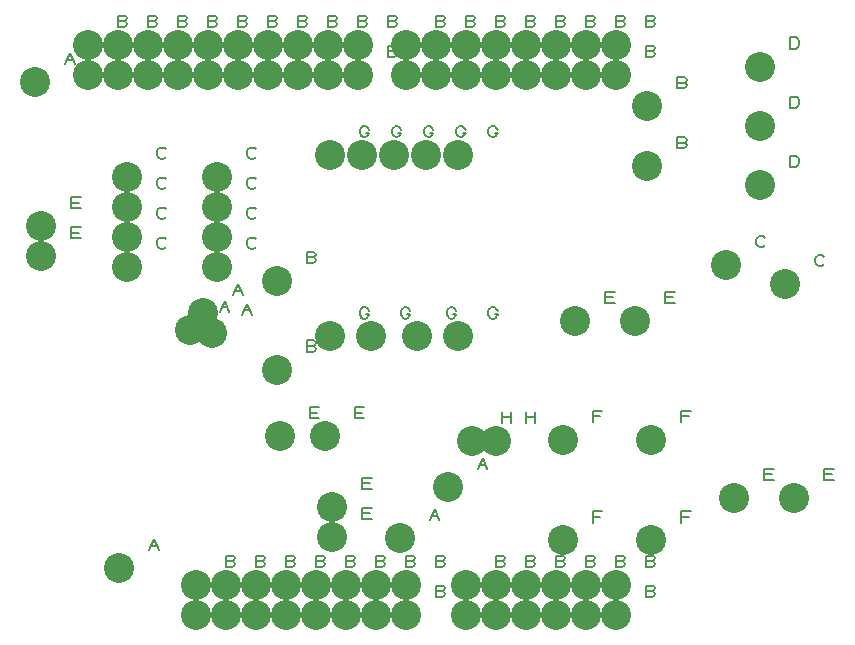
<source format=gbr>
%FSLAX23Y23*%
%MOIN*%
G04 EasyPC Gerber Version 17.0 Build 3379 *
%ADD10C,0.00500*%
%ADD125C,0.10000*%
X0Y0D02*
D02*
D10*
X566Y2044D02*
X582Y2082D01*
X597Y2044*
X572Y2060D02*
X591D01*
X586Y1464D02*
Y1502D01*
X617*
X611Y1483D02*
X586D01*
Y1464D02*
X617D01*
X586Y1564D02*
Y1602D01*
X617*
X611Y1583D02*
X586D01*
Y1564D02*
X617D01*
X763Y2088D02*
X769Y2085D01*
X772Y2079*
X769Y2073*
X763Y2069*
X741*
Y2107*
X763*
X769Y2104*
X772Y2098*
X769Y2091*
X763Y2088*
X741*
X763Y2188D02*
X769Y2185D01*
X772Y2179*
X769Y2173*
X763Y2169*
X741*
Y2207*
X763*
X769Y2204*
X772Y2198*
X769Y2191*
X763Y2188*
X741*
X863Y2088D02*
X869Y2085D01*
X872Y2079*
X869Y2073*
X863Y2069*
X841*
Y2107*
X863*
X869Y2104*
X872Y2098*
X869Y2091*
X863Y2088*
X841*
X863Y2188D02*
X869Y2185D01*
X872Y2179*
X869Y2173*
X863Y2169*
X841*
Y2207*
X863*
X869Y2204*
X872Y2198*
X869Y2191*
X863Y2188*
X841*
X846Y424D02*
X862Y462D01*
X877Y424*
X852Y440D02*
X871D01*
X902Y1436D02*
X899Y1433D01*
X893Y1429*
X884*
X877Y1433*
X874Y1436*
X871Y1442*
Y1454*
X874Y1461*
X877Y1464*
X884Y1467*
X893*
X899Y1464*
X902Y1461*
Y1536D02*
X899Y1533D01*
X893Y1529*
X884*
X877Y1533*
X874Y1536*
X871Y1542*
Y1554*
X874Y1561*
X877Y1564*
X884Y1567*
X893*
X899Y1564*
X902Y1561*
Y1636D02*
X899Y1633D01*
X893Y1629*
X884*
X877Y1633*
X874Y1636*
X871Y1642*
Y1654*
X874Y1661*
X877Y1664*
X884Y1667*
X893*
X899Y1664*
X902Y1661*
Y1736D02*
X899Y1733D01*
X893Y1729*
X884*
X877Y1733*
X874Y1736*
X871Y1742*
Y1754*
X874Y1761*
X877Y1764*
X884Y1767*
X893*
X899Y1764*
X902Y1761*
X963Y2088D02*
X969Y2085D01*
X972Y2079*
X969Y2073*
X963Y2069*
X941*
Y2107*
X963*
X969Y2104*
X972Y2098*
X969Y2091*
X963Y2088*
X941*
X963Y2188D02*
X969Y2185D01*
X972Y2179*
X969Y2173*
X963Y2169*
X941*
Y2207*
X963*
X969Y2204*
X972Y2198*
X969Y2191*
X963Y2188*
X941*
X1063Y2088D02*
X1069Y2085D01*
X1072Y2079*
X1069Y2073*
X1063Y2069*
X1041*
Y2107*
X1063*
X1069Y2104*
X1072Y2098*
X1069Y2091*
X1063Y2088*
X1041*
X1063Y2188D02*
X1069Y2185D01*
X1072Y2179*
X1069Y2173*
X1063Y2169*
X1041*
Y2207*
X1063*
X1069Y2204*
X1072Y2198*
X1069Y2191*
X1063Y2188*
X1041*
X1081Y1219D02*
X1097Y1257D01*
X1112Y1219*
X1087Y1235D02*
X1106D01*
X1123Y288D02*
X1129Y285D01*
X1132Y279*
X1129Y273*
X1123Y269*
X1101*
Y307*
X1123*
X1129Y304*
X1132Y298*
X1129Y291*
X1123Y288*
X1101*
X1123Y388D02*
X1129Y385D01*
X1132Y379*
X1129Y373*
X1123Y369*
X1101*
Y407*
X1123*
X1129Y404*
X1132Y398*
X1129Y391*
X1123Y388*
X1101*
X1126Y1274D02*
X1142Y1312D01*
X1157Y1274*
X1132Y1290D02*
X1151D01*
X1163Y2088D02*
X1169Y2085D01*
X1172Y2079*
X1169Y2073*
X1163Y2069*
X1141*
Y2107*
X1163*
X1169Y2104*
X1172Y2098*
X1169Y2091*
X1163Y2088*
X1141*
X1163Y2188D02*
X1169Y2185D01*
X1172Y2179*
X1169Y2173*
X1163Y2169*
X1141*
Y2207*
X1163*
X1169Y2204*
X1172Y2198*
X1169Y2191*
X1163Y2188*
X1141*
X1156Y1209D02*
X1172Y1247D01*
X1187Y1209*
X1162Y1225D02*
X1181D01*
X1202Y1436D02*
X1199Y1433D01*
X1193Y1429*
X1184*
X1177Y1433*
X1174Y1436*
X1171Y1442*
Y1454*
X1174Y1461*
X1177Y1464*
X1184Y1467*
X1193*
X1199Y1464*
X1202Y1461*
Y1536D02*
X1199Y1533D01*
X1193Y1529*
X1184*
X1177Y1533*
X1174Y1536*
X1171Y1542*
Y1554*
X1174Y1561*
X1177Y1564*
X1184Y1567*
X1193*
X1199Y1564*
X1202Y1561*
Y1636D02*
X1199Y1633D01*
X1193Y1629*
X1184*
X1177Y1633*
X1174Y1636*
X1171Y1642*
Y1654*
X1174Y1661*
X1177Y1664*
X1184Y1667*
X1193*
X1199Y1664*
X1202Y1661*
Y1736D02*
X1199Y1733D01*
X1193Y1729*
X1184*
X1177Y1733*
X1174Y1736*
X1171Y1742*
Y1754*
X1174Y1761*
X1177Y1764*
X1184Y1767*
X1193*
X1199Y1764*
X1202Y1761*
X1223Y288D02*
X1229Y285D01*
X1232Y279*
X1229Y273*
X1223Y269*
X1201*
Y307*
X1223*
X1229Y304*
X1232Y298*
X1229Y291*
X1223Y288*
X1201*
X1223Y388D02*
X1229Y385D01*
X1232Y379*
X1229Y373*
X1223Y369*
X1201*
Y407*
X1223*
X1229Y404*
X1232Y398*
X1229Y391*
X1223Y388*
X1201*
X1263Y2088D02*
X1269Y2085D01*
X1272Y2079*
X1269Y2073*
X1263Y2069*
X1241*
Y2107*
X1263*
X1269Y2104*
X1272Y2098*
X1269Y2091*
X1263Y2088*
X1241*
X1263Y2188D02*
X1269Y2185D01*
X1272Y2179*
X1269Y2173*
X1263Y2169*
X1241*
Y2207*
X1263*
X1269Y2204*
X1272Y2198*
X1269Y2191*
X1263Y2188*
X1241*
X1323Y288D02*
X1329Y285D01*
X1332Y279*
X1329Y273*
X1323Y269*
X1301*
Y307*
X1323*
X1329Y304*
X1332Y298*
X1329Y291*
X1323Y288*
X1301*
X1323Y388D02*
X1329Y385D01*
X1332Y379*
X1329Y373*
X1323Y369*
X1301*
Y407*
X1323*
X1329Y404*
X1332Y398*
X1329Y391*
X1323Y388*
X1301*
X1363Y2088D02*
X1369Y2085D01*
X1372Y2079*
X1369Y2073*
X1363Y2069*
X1341*
Y2107*
X1363*
X1369Y2104*
X1372Y2098*
X1369Y2091*
X1363Y2088*
X1341*
X1363Y2188D02*
X1369Y2185D01*
X1372Y2179*
X1369Y2173*
X1363Y2169*
X1341*
Y2207*
X1363*
X1369Y2204*
X1372Y2198*
X1369Y2191*
X1363Y2188*
X1341*
X1393Y1106D02*
X1399Y1102D01*
X1402Y1096*
X1399Y1090*
X1393Y1087*
X1371*
Y1124*
X1393*
X1399Y1121*
X1402Y1115*
X1399Y1109*
X1393Y1106*
X1371*
X1393Y1401D02*
X1399Y1398D01*
X1402Y1391*
X1399Y1385*
X1393Y1382*
X1371*
Y1420*
X1393*
X1399Y1416*
X1402Y1410*
X1399Y1404*
X1393Y1401*
X1371*
X1381Y864D02*
Y902D01*
X1412*
X1406Y883D02*
X1381D01*
Y864D02*
X1412D01*
X1423Y288D02*
X1429Y285D01*
X1432Y279*
X1429Y273*
X1423Y269*
X1401*
Y307*
X1423*
X1429Y304*
X1432Y298*
X1429Y291*
X1423Y288*
X1401*
X1423Y388D02*
X1429Y385D01*
X1432Y379*
X1429Y373*
X1423Y369*
X1401*
Y407*
X1423*
X1429Y404*
X1432Y398*
X1429Y391*
X1423Y388*
X1401*
X1463Y2088D02*
X1469Y2085D01*
X1472Y2079*
X1469Y2073*
X1463Y2069*
X1441*
Y2107*
X1463*
X1469Y2104*
X1472Y2098*
X1469Y2091*
X1463Y2088*
X1441*
X1463Y2188D02*
X1469Y2185D01*
X1472Y2179*
X1469Y2173*
X1463Y2169*
X1441*
Y2207*
X1463*
X1469Y2204*
X1472Y2198*
X1469Y2191*
X1463Y2188*
X1441*
X1523Y288D02*
X1529Y285D01*
X1532Y279*
X1529Y273*
X1523Y269*
X1501*
Y307*
X1523*
X1529Y304*
X1532Y298*
X1529Y291*
X1523Y288*
X1501*
X1523Y388D02*
X1529Y385D01*
X1532Y379*
X1529Y373*
X1523Y369*
X1501*
Y407*
X1523*
X1529Y404*
X1532Y398*
X1529Y391*
X1523Y388*
X1501*
X1531Y864D02*
Y902D01*
X1562*
X1556Y883D02*
X1531D01*
Y864D02*
X1562D01*
X1563Y2088D02*
X1569Y2085D01*
X1572Y2079*
X1569Y2073*
X1563Y2069*
X1541*
Y2107*
X1563*
X1569Y2104*
X1572Y2098*
X1569Y2091*
X1563Y2088*
X1541*
X1563Y2188D02*
X1569Y2185D01*
X1572Y2179*
X1569Y2173*
X1563Y2169*
X1541*
Y2207*
X1563*
X1569Y2204*
X1572Y2198*
X1569Y2191*
X1563Y2188*
X1541*
X1569Y1213D02*
X1578D01*
Y1210*
X1575Y1204*
X1572Y1200*
X1566Y1197*
X1560*
X1553Y1200*
X1550Y1204*
X1547Y1210*
Y1222*
X1550Y1229*
X1553Y1232*
X1560Y1235*
X1566*
X1572Y1232*
X1575Y1229*
X1578Y1222*
X1569Y1817D02*
X1578D01*
Y1814*
X1575Y1808*
X1572Y1805*
X1566Y1802*
X1560*
X1553Y1805*
X1550Y1808*
X1547Y1814*
Y1827*
X1550Y1833*
X1553Y1836*
X1560Y1839*
X1566*
X1572Y1836*
X1575Y1833*
X1578Y1827*
X1556Y529D02*
Y567D01*
X1587*
X1581Y548D02*
X1556D01*
Y529D02*
X1587D01*
X1556Y629D02*
Y667D01*
X1587*
X1581Y648D02*
X1556D01*
Y629D02*
X1587D01*
X1623Y288D02*
X1629Y285D01*
X1632Y279*
X1629Y273*
X1623Y269*
X1601*
Y307*
X1623*
X1629Y304*
X1632Y298*
X1629Y291*
X1623Y288*
X1601*
X1623Y388D02*
X1629Y385D01*
X1632Y379*
X1629Y373*
X1623Y369*
X1601*
Y407*
X1623*
X1629Y404*
X1632Y398*
X1629Y391*
X1623Y388*
X1601*
X1663Y2088D02*
X1669Y2085D01*
X1672Y2079*
X1669Y2073*
X1663Y2069*
X1641*
Y2107*
X1663*
X1669Y2104*
X1672Y2098*
X1669Y2091*
X1663Y2088*
X1641*
X1663Y2188D02*
X1669Y2185D01*
X1672Y2179*
X1669Y2173*
X1663Y2169*
X1641*
Y2207*
X1663*
X1669Y2204*
X1672Y2198*
X1669Y2191*
X1663Y2188*
X1641*
X1676Y1817D02*
X1685D01*
Y1814*
X1682Y1808*
X1679Y1805*
X1673Y1802*
X1667*
X1660Y1805*
X1657Y1808*
X1654Y1814*
Y1827*
X1657Y1833*
X1660Y1836*
X1667Y1839*
X1673*
X1679Y1836*
X1682Y1833*
X1685Y1827*
X1706Y1213D02*
X1715D01*
Y1210*
X1712Y1204*
X1709Y1200*
X1703Y1197*
X1697*
X1690Y1200*
X1687Y1204*
X1684Y1210*
Y1222*
X1687Y1229*
X1690Y1232*
X1697Y1235*
X1703*
X1709Y1232*
X1712Y1229*
X1715Y1222*
X1723Y288D02*
X1729Y285D01*
X1732Y279*
X1729Y273*
X1723Y269*
X1701*
Y307*
X1723*
X1729Y304*
X1732Y298*
X1729Y291*
X1723Y288*
X1701*
X1723Y388D02*
X1729Y385D01*
X1732Y379*
X1729Y373*
X1723Y369*
X1701*
Y407*
X1723*
X1729Y404*
X1732Y398*
X1729Y391*
X1723Y388*
X1701*
X1783Y1817D02*
X1792D01*
Y1814*
X1789Y1808*
X1786Y1805*
X1780Y1802*
X1774*
X1767Y1805*
X1764Y1808*
X1761Y1814*
Y1827*
X1764Y1833*
X1767Y1836*
X1774Y1839*
X1780*
X1786Y1836*
X1789Y1833*
X1792Y1827*
X1781Y524D02*
X1797Y562D01*
X1812Y524*
X1787Y540D02*
X1806D01*
X1823Y288D02*
X1829Y285D01*
X1832Y279*
X1829Y273*
X1823Y269*
X1801*
Y307*
X1823*
X1829Y304*
X1832Y298*
X1829Y291*
X1823Y288*
X1801*
X1823Y388D02*
X1829Y385D01*
X1832Y379*
X1829Y373*
X1823Y369*
X1801*
Y407*
X1823*
X1829Y404*
X1832Y398*
X1829Y391*
X1823Y388*
X1801*
X1823Y2088D02*
X1829Y2085D01*
X1832Y2079*
X1829Y2073*
X1823Y2069*
X1801*
Y2107*
X1823*
X1829Y2104*
X1832Y2098*
X1829Y2091*
X1823Y2088*
X1801*
X1823Y2188D02*
X1829Y2185D01*
X1832Y2179*
X1829Y2173*
X1823Y2169*
X1801*
Y2207*
X1823*
X1829Y2204*
X1832Y2198*
X1829Y2191*
X1823Y2188*
X1801*
X1859Y1213D02*
X1869D01*
Y1210*
X1866Y1204*
X1863Y1200*
X1856Y1197*
X1850*
X1844Y1200*
X1841Y1204*
X1838Y1210*
Y1222*
X1841Y1229*
X1844Y1232*
X1850Y1235*
X1856*
X1863Y1232*
X1866Y1229*
X1869Y1222*
X1890Y1817D02*
X1900D01*
Y1814*
X1896Y1808*
X1893Y1805*
X1887Y1802*
X1881*
X1875Y1805*
X1871Y1808*
X1868Y1814*
Y1827*
X1871Y1833*
X1875Y1836*
X1881Y1839*
X1887*
X1893Y1836*
X1896Y1833*
X1900Y1827*
X1923Y2088D02*
X1929Y2085D01*
X1932Y2079*
X1929Y2073*
X1923Y2069*
X1901*
Y2107*
X1923*
X1929Y2104*
X1932Y2098*
X1929Y2091*
X1923Y2088*
X1901*
X1923Y2188D02*
X1929Y2185D01*
X1932Y2179*
X1929Y2173*
X1923Y2169*
X1901*
Y2207*
X1923*
X1929Y2204*
X1932Y2198*
X1929Y2191*
X1923Y2188*
X1901*
X1941Y694D02*
X1957Y732D01*
X1972Y694*
X1947Y710D02*
X1966D01*
X1997Y1213D02*
X2007D01*
Y1210*
X2003Y1204*
X2000Y1200*
X1994Y1197*
X1988*
X1982Y1200*
X1979Y1204*
X1975Y1210*
Y1222*
X1979Y1229*
X1982Y1232*
X1988Y1235*
X1994*
X2000Y1232*
X2003Y1229*
X2007Y1222*
X1997Y1817D02*
X2007D01*
Y1814*
X2003Y1808*
X2000Y1805*
X1994Y1802*
X1988*
X1982Y1805*
X1979Y1808*
X1975Y1814*
Y1827*
X1979Y1833*
X1982Y1836*
X1988Y1839*
X1994*
X2000Y1836*
X2003Y1833*
X2007Y1827*
X2023Y288D02*
X2029Y285D01*
X2032Y279*
X2029Y273*
X2023Y269*
X2001*
Y307*
X2023*
X2029Y304*
X2032Y298*
X2029Y291*
X2023Y288*
X2001*
X2023Y388D02*
X2029Y385D01*
X2032Y379*
X2029Y373*
X2023Y369*
X2001*
Y407*
X2023*
X2029Y404*
X2032Y398*
X2029Y391*
X2023Y388*
X2001*
X2023Y2088D02*
X2029Y2085D01*
X2032Y2079*
X2029Y2073*
X2023Y2069*
X2001*
Y2107*
X2023*
X2029Y2104*
X2032Y2098*
X2029Y2091*
X2023Y2088*
X2001*
X2023Y2188D02*
X2029Y2185D01*
X2032Y2179*
X2029Y2173*
X2023Y2169*
X2001*
Y2207*
X2023*
X2029Y2204*
X2032Y2198*
X2029Y2191*
X2023Y2188*
X2001*
X2022Y849D02*
Y887D01*
Y868D02*
X2053D01*
Y849D02*
Y887D01*
X2101Y849D02*
Y887D01*
Y868D02*
X2132D01*
Y849D02*
Y887D01*
X2123Y288D02*
X2129Y285D01*
X2132Y279*
X2129Y273*
X2123Y269*
X2101*
Y307*
X2123*
X2129Y304*
X2132Y298*
X2129Y291*
X2123Y288*
X2101*
X2123Y388D02*
X2129Y385D01*
X2132Y379*
X2129Y373*
X2123Y369*
X2101*
Y407*
X2123*
X2129Y404*
X2132Y398*
X2129Y391*
X2123Y388*
X2101*
X2123Y2088D02*
X2129Y2085D01*
X2132Y2079*
X2129Y2073*
X2123Y2069*
X2101*
Y2107*
X2123*
X2129Y2104*
X2132Y2098*
X2129Y2091*
X2123Y2088*
X2101*
X2123Y2188D02*
X2129Y2185D01*
X2132Y2179*
X2129Y2173*
X2123Y2169*
X2101*
Y2207*
X2123*
X2129Y2204*
X2132Y2198*
X2129Y2191*
X2123Y2188*
X2101*
X2223Y288D02*
X2229Y285D01*
X2232Y279*
X2229Y273*
X2223Y269*
X2201*
Y307*
X2223*
X2229Y304*
X2232Y298*
X2229Y291*
X2223Y288*
X2201*
X2223Y388D02*
X2229Y385D01*
X2232Y379*
X2229Y373*
X2223Y369*
X2201*
Y407*
X2223*
X2229Y404*
X2232Y398*
X2229Y391*
X2223Y388*
X2201*
X2223Y2088D02*
X2229Y2085D01*
X2232Y2079*
X2229Y2073*
X2223Y2069*
X2201*
Y2107*
X2223*
X2229Y2104*
X2232Y2098*
X2229Y2091*
X2223Y2088*
X2201*
X2223Y2188D02*
X2229Y2185D01*
X2232Y2179*
X2229Y2173*
X2223Y2169*
X2201*
Y2207*
X2223*
X2229Y2204*
X2232Y2198*
X2229Y2191*
X2223Y2188*
X2201*
X2323Y288D02*
X2329Y285D01*
X2332Y279*
X2329Y273*
X2323Y269*
X2301*
Y307*
X2323*
X2329Y304*
X2332Y298*
X2329Y291*
X2323Y288*
X2301*
X2323Y388D02*
X2329Y385D01*
X2332Y379*
X2329Y373*
X2323Y369*
X2301*
Y407*
X2323*
X2329Y404*
X2332Y398*
X2329Y391*
X2323Y388*
X2301*
X2323Y2088D02*
X2329Y2085D01*
X2332Y2079*
X2329Y2073*
X2323Y2069*
X2301*
Y2107*
X2323*
X2329Y2104*
X2332Y2098*
X2329Y2091*
X2323Y2088*
X2301*
X2323Y2188D02*
X2329Y2185D01*
X2332Y2179*
X2329Y2173*
X2323Y2169*
X2301*
Y2207*
X2323*
X2329Y2204*
X2332Y2198*
X2329Y2191*
X2323Y2188*
X2301*
X2324Y517D02*
Y555D01*
X2355*
X2349Y536D02*
X2324D01*
Y852D02*
Y889D01*
X2355*
X2349Y871D02*
X2324D01*
X2366Y1249D02*
Y1287D01*
X2397*
X2391Y1268D02*
X2366D01*
Y1249D02*
X2397D01*
X2423Y288D02*
X2429Y285D01*
X2432Y279*
X2429Y273*
X2423Y269*
X2401*
Y307*
X2423*
X2429Y304*
X2432Y298*
X2429Y291*
X2423Y288*
X2401*
X2423Y388D02*
X2429Y385D01*
X2432Y379*
X2429Y373*
X2423Y369*
X2401*
Y407*
X2423*
X2429Y404*
X2432Y398*
X2429Y391*
X2423Y388*
X2401*
X2423Y2088D02*
X2429Y2085D01*
X2432Y2079*
X2429Y2073*
X2423Y2069*
X2401*
Y2107*
X2423*
X2429Y2104*
X2432Y2098*
X2429Y2091*
X2423Y2088*
X2401*
X2423Y2188D02*
X2429Y2185D01*
X2432Y2179*
X2429Y2173*
X2423Y2169*
X2401*
Y2207*
X2423*
X2429Y2204*
X2432Y2198*
X2429Y2191*
X2423Y2188*
X2401*
X2523Y288D02*
X2529Y285D01*
X2532Y279*
X2529Y273*
X2523Y269*
X2501*
Y307*
X2523*
X2529Y304*
X2532Y298*
X2529Y291*
X2523Y288*
X2501*
X2523Y388D02*
X2529Y385D01*
X2532Y379*
X2529Y373*
X2523Y369*
X2501*
Y407*
X2523*
X2529Y404*
X2532Y398*
X2529Y391*
X2523Y388*
X2501*
X2523Y2088D02*
X2529Y2085D01*
X2532Y2079*
X2529Y2073*
X2523Y2069*
X2501*
Y2107*
X2523*
X2529Y2104*
X2532Y2098*
X2529Y2091*
X2523Y2088*
X2501*
X2523Y2188D02*
X2529Y2185D01*
X2532Y2179*
X2529Y2173*
X2523Y2169*
X2501*
Y2207*
X2523*
X2529Y2204*
X2532Y2198*
X2529Y2191*
X2523Y2188*
X2501*
X2566Y1249D02*
Y1287D01*
X2597*
X2591Y1268D02*
X2566D01*
Y1249D02*
X2597D01*
X2628Y1783D02*
X2634Y1780D01*
X2637Y1774*
X2634Y1768*
X2628Y1764*
X2606*
Y1802*
X2628*
X2634Y1799*
X2637Y1793*
X2634Y1786*
X2628Y1783*
X2606*
X2628Y1983D02*
X2634Y1980D01*
X2637Y1974*
X2634Y1968*
X2628Y1964*
X2606*
Y2002*
X2628*
X2634Y1999*
X2637Y1993*
X2634Y1986*
X2628Y1983*
X2606*
X2619Y517D02*
Y555D01*
X2650*
X2644Y536D02*
X2619D01*
Y852D02*
Y889D01*
X2650*
X2644Y871D02*
X2619D01*
X2899Y1441D02*
X2896Y1438D01*
X2890Y1435*
X2880*
X2874Y1438*
X2871Y1441*
X2868Y1447*
Y1460*
X2871Y1466*
X2874Y1469*
X2880Y1472*
X2890*
X2896Y1469*
X2899Y1466*
X2896Y659D02*
Y697D01*
X2927*
X2921Y678D02*
X2896D01*
Y659D02*
X2927D01*
X2981Y1703D02*
Y1740D01*
X3000*
X3006Y1737*
X3009Y1734*
X3012Y1728*
Y1715*
X3009Y1709*
X3006Y1706*
X3000Y1703*
X2981*
Y1899D02*
Y1937D01*
X3000*
X3006Y1934*
X3009Y1931*
X3012Y1924*
Y1912*
X3009Y1906*
X3006Y1903*
X3000Y1899*
X2981*
Y2096D02*
Y2134D01*
X3000*
X3006Y2131*
X3009Y2128*
X3012Y2121*
Y2109*
X3009Y2103*
X3006Y2099*
X3000Y2096*
X2981*
X3096Y1378D02*
X3093Y1375D01*
X3087Y1372*
X3077*
X3071Y1375*
X3068Y1378*
X3065Y1384*
Y1397*
X3068Y1403*
X3071Y1406*
X3077Y1409*
X3087*
X3093Y1406*
X3096Y1403*
X3096Y659D02*
Y697D01*
X3127*
X3121Y678D02*
X3096D01*
Y659D02*
X3127D01*
D02*
D125*
X466Y1985D03*
X486Y1405D03*
Y1505D03*
X641Y2010D03*
Y2110D03*
X741Y2010D03*
Y2110D03*
X746Y365D03*
X771Y1370D03*
Y1470D03*
Y1570D03*
Y1670D03*
X841Y2010D03*
Y2110D03*
X941Y2010D03*
Y2110D03*
X981Y1160D03*
X1001Y210D03*
Y310D03*
X1026Y1215D03*
X1041Y2010D03*
Y2110D03*
X1056Y1150D03*
X1071Y1370D03*
Y1470D03*
Y1570D03*
Y1670D03*
X1101Y210D03*
Y310D03*
X1141Y2010D03*
Y2110D03*
X1201Y210D03*
Y310D03*
X1241Y2010D03*
Y2110D03*
X1271Y1027D03*
Y1323D03*
X1281Y805D03*
X1301Y210D03*
Y310D03*
X1341Y2010D03*
Y2110D03*
X1401Y210D03*
Y310D03*
X1431Y805D03*
X1441Y2010D03*
Y2110D03*
X1447Y1138D03*
Y1742D03*
X1456Y470D03*
Y570D03*
X1501Y210D03*
Y310D03*
X1541Y2010D03*
Y2110D03*
X1554Y1742D03*
X1584Y1138D03*
X1601Y210D03*
Y310D03*
X1661Y1742D03*
X1681Y465D03*
X1701Y210D03*
Y310D03*
Y2010D03*
Y2110D03*
X1738Y1138D03*
X1768Y1742D03*
X1801Y2010D03*
Y2110D03*
X1841Y635D03*
X1875Y1138D03*
Y1742D03*
X1901Y210D03*
Y310D03*
Y2010D03*
Y2110D03*
X1922Y790D03*
X2001D03*
X2001Y210D03*
Y310D03*
Y2010D03*
Y2110D03*
X2101Y210D03*
Y310D03*
Y2010D03*
Y2110D03*
X2201Y210D03*
Y310D03*
Y2010D03*
Y2110D03*
X2224Y458D03*
Y792D03*
X2266Y1190D03*
X2301Y210D03*
Y310D03*
Y2010D03*
Y2110D03*
X2401Y210D03*
Y310D03*
Y2010D03*
Y2110D03*
X2466Y1190D03*
X2506Y1705D03*
Y1905D03*
X2519Y458D03*
Y792D03*
X2768Y1376D03*
X2796Y600D03*
X2881Y1643D03*
Y1840D03*
Y2037D03*
X2965Y1313D03*
X2996Y600D03*
X0Y0D02*
M02*

</source>
